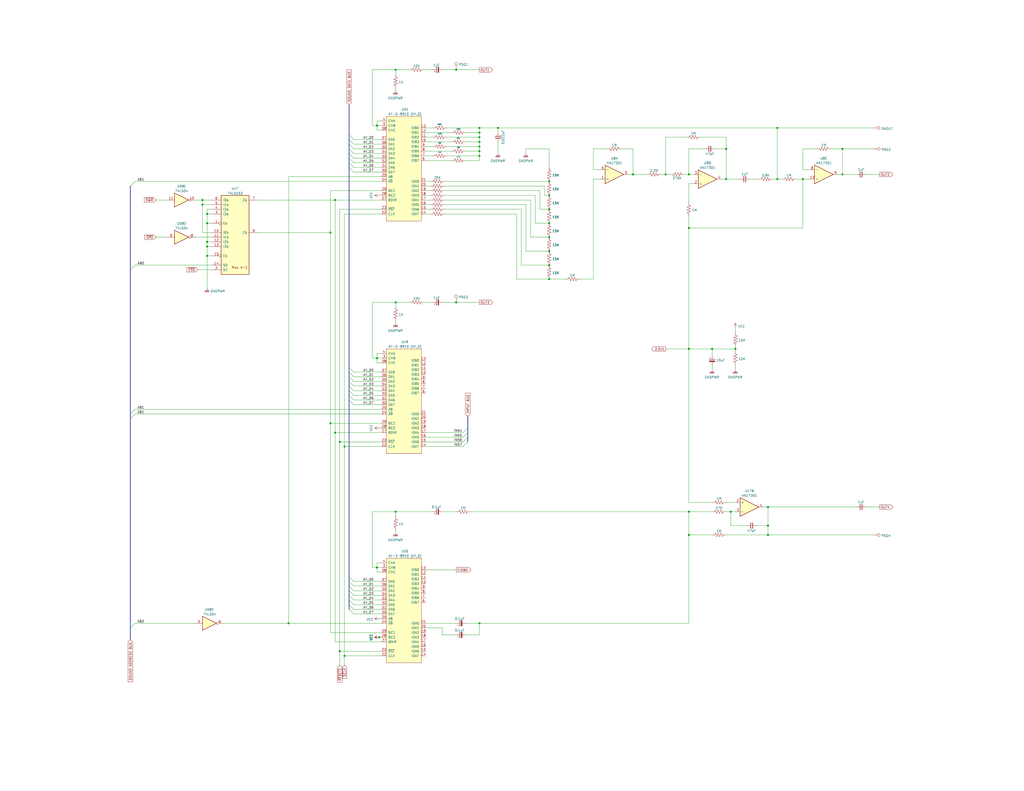
<source format=kicad_sch>
(kicad_sch (version 20230121) (generator eeschema)
  (paper "C")
  (title_block (title "TAITO SYSTEM SJ") (company "ANTON GALE") (comment 3 "3 X AY-8910 Sound Chips") (comment 4 "Game Board"))
  (lib_symbols
    (symbol "AY-3-8910_1" (pin_names (offset 1.016))
      (property "Reference" "U11G" (at 0.635 28.9216 0))
      (property "Value" "AY-3-8910_1" (at 0.635 26.4304 0))
      (symbol "AY-3-8910_1_0_1"
        (rectangle (start -10.16 25.4) (end 8.89 -31.75) (fill (type background)))
      )
      (symbol "AY-3-8910_1_1_1"
        (pin bidirectional line (at -12.7 11.43 0) (length 2.54) (name "IOB3") (number "10"))
        (pin bidirectional line (at -12.7 13.97 0) (length 2.54) (name "IOB2") (number "11"))
        (pin bidirectional line (at -12.7 16.51 0) (length 2.54) (name "IOB1") (number "12"))
        (pin bidirectional line (at -12.7 19.05 0) (length 2.54) (name "IOB0") (number "13"))
        (pin bidirectional line (at -12.7 -27.94 0) (length 2.54) (name "IOA7") (number "14"))
        (pin bidirectional line (at -12.7 -25.4 0) (length 2.54) (name "IOA6") (number "15"))
        (pin bidirectional line (at -12.7 -22.86 0) (length 2.54) (name "IOA5") (number "16"))
        (pin bidirectional line (at -12.7 -20.32 0) (length 2.54) (name "IOA4") (number "17"))
        (pin bidirectional line (at -12.7 -17.78 0) (length 2.54) (name "IOA3") (number "18"))
        (pin bidirectional line (at -12.7 -15.24 0) (length 2.54) (name "IOA2") (number "19"))
        (pin bidirectional line (at -12.7 -12.7 0) (length 2.54) (name "IOA1") (number "20"))
        (pin bidirectional line (at -12.7 -10.16 0) (length 2.54) (name "IOA0") (number "21"))
        (pin input line (at 11.43 -27.94 180) (length 2.54) (name "CLK") (number "22"))
        (pin input line (at 11.43 -25.4 180) (length 2.54) (name "~{RST}") (number "23"))
        (pin input line (at 11.43 -10.16 180) (length 2.54) (name "~{A9}") (number "24"))
        (pin input line (at 11.43 -7.62 180) (length 2.54) (name "A8") (number "25"))
        (pin input line (at 11.43 -20.32 180) (length 2.54) (name "BDIR") (number "27"))
        (pin input line (at 11.43 -17.78 180) (length 2.54) (name "BC2") (number "28"))
        (pin input line (at 11.43 -15.24 180) (length 2.54) (name "BC1") (number "29"))
        (pin output line (at 11.43 20.32 180) (length 2.54) (name "CHB") (number "3"))
        (pin bidirectional line (at 11.43 -5.08 180) (length 2.54) (name "DA7") (number "30"))
        (pin bidirectional line (at 11.43 -2.54 180) (length 2.54) (name "DA6") (number "31"))
        (pin bidirectional line (at 11.43 0 180) (length 2.54) (name "DA5") (number "32"))
        (pin bidirectional line (at 11.43 2.54 180) (length 2.54) (name "DA4") (number "33"))
        (pin bidirectional line (at 11.43 5.08 180) (length 2.54) (name "DA3") (number "34"))
        (pin bidirectional line (at 11.43 7.62 180) (length 2.54) (name "DA2") (number "35"))
        (pin bidirectional line (at 11.43 10.16 180) (length 2.54) (name "DA1") (number "36"))
        (pin bidirectional line (at 11.43 12.7 180) (length 2.54) (name "DA0") (number "37"))
        (pin output line (at 11.43 17.78 180) (length 2.54) (name "CHC") (number "38"))
        (pin output line (at 11.43 22.86 180) (length 2.54) (name "CHA") (number "4"))
        (pin bidirectional line (at -12.7 1.27 0) (length 2.54) (name "IOB7") (number "6"))
        (pin bidirectional line (at -12.7 3.81 0) (length 2.54) (name "IOB6") (number "7"))
        (pin bidirectional line (at -12.7 6.35 0) (length 2.54) (name "IOB5") (number "8"))
        (pin bidirectional line (at -12.7 8.89 0) (length 2.54) (name "IOB4") (number "9"))
      )
    )
    (symbol "Connector:TestPoint" (pin_numbers hide) (pin_names (offset 0.762) hide)
      (property "Reference" "TP" (at 0 6.858 0))
      (property "Value" "TestPoint" (at 0 5.08 0))
      (symbol "TestPoint_0_1"
        (circle (center 0 3.302) (radius 0.762))
      )
      (symbol "TestPoint_1_1"
        (pin passive line (at 0 0 90) (length 2.54) (name "1") (number "1"))
      )
    )
    (symbol "Device:C_Polarized_Small" (pin_numbers hide) (pin_names (offset 0.254) hide)
      (property "Reference" "C" (at 0.254 1.778 0))
      (property "Value" "C_Polarized_Small" (at 0.254 -2.032 0))
      (symbol "C_Polarized_Small_0_1"
        (rectangle (start -1.524 -0.3048) (end 1.524 -0.6858) (fill (type outline)))
        (rectangle (start -1.524 0.6858) (end 1.524 0.3048))
        (polyline (pts (xy -1.27 1.524) (xy -0.762 1.524)))
        (polyline (pts (xy -1.016 1.27) (xy -1.016 1.778)))
      )
      (symbol "C_Polarized_Small_1_1"
        (pin passive line (at 0 2.54 270) (length 1.8542) (name "~") (number "1"))
        (pin passive line (at 0 -2.54 90) (length 1.8542) (name "~") (number "2"))
      )
    )
    (symbol "Device:C_Small" (pin_numbers hide) (pin_names (offset 0.254) hide)
      (property "Reference" "C" (at 0.254 1.778 0))
      (property "Value" "C_Small" (at 0.254 -2.032 0))
      (symbol "C_Small_0_1"
        (polyline (pts (xy -1.524 -0.508) (xy 1.524 -0.508)) (stroke (width 0.3302)))
        (polyline (pts (xy -1.524 0.508) (xy 1.524 0.508)) (stroke (width 0.3048)))
      )
      (symbol "C_Small_1_1"
        (pin passive line (at 0 2.54 270) (length 2.032) (name "~") (number "1"))
        (pin passive line (at 0 -2.54 90) (length 2.032) (name "~") (number "2"))
      )
    )
    (symbol "Device:R_US" (pin_numbers hide) (pin_names (offset 0))
      (property "Reference" "R" (at 2.54 0 90))
      (property "Value" "R_US" (at -2.54 0 90))
      (symbol "R_US_0_1"
        (polyline (pts (xy 0 -2.286) (xy 0 -2.54)))
        (polyline (pts (xy 0 2.286) (xy 0 2.54)))
        (polyline (pts (xy 0 -0.762) (xy 1.016 -1.143) (xy 0 -1.524) (xy -1.016 -1.905) (xy 0 -2.286)))
        (polyline (pts (xy 0 0.762) (xy 1.016 0.381) (xy 0 0) (xy -1.016 -0.381) (xy 0 -0.762)))
        (polyline (pts (xy 0 2.286) (xy 1.016 1.905) (xy 0 1.524) (xy -1.016 1.143) (xy 0 0.762)))
      )
      (symbol "R_US_1_1"
        (pin passive line (at 0 3.81 270) (length 1.27) (name "~") (number "1"))
        (pin passive line (at 0 -3.81 90) (length 1.27) (name "~") (number "2"))
      )
    )
    (symbol "arcade:HA17301"
      (property "Reference" "U" (at 0 5.08 0))
      (property "Value" "HA17301" (at 0 -5.08 0))
      (symbol "HA17301_1_1"
        (polyline (pts (xy -5.08 5.08) (xy 5.08 0) (xy -5.08 -5.08) (xy -5.08 5.08)) (stroke (width 0.254)) (fill (type background)))
        (pin input line (at -7.62 2.54 0) (length 2.54) (name "+") (number "1"))
        (pin output line (at 7.62 0 180) (length 2.54) (name "~") (number "5"))
        (pin input line (at -7.62 -2.54 0) (length 2.54) (name "-") (number "6"))
      )
      (symbol "HA17301_2_1"
        (polyline (pts (xy -5.08 5.08) (xy 5.08 0) (xy -5.08 -5.08) (xy -5.08 5.08)) (stroke (width 0.254)) (fill (type background)))
        (pin input line (at -7.62 2.54 0) (length 2.54) (name "+") (number "2"))
        (pin input line (at -7.62 -2.54 0) (length 2.54) (name "-") (number "3"))
        (pin output line (at 7.62 0 180) (length 2.54) (name "~") (number "4"))
      )
      (symbol "HA17301_3_1"
        (polyline (pts (xy -5.08 5.08) (xy 5.08 0) (xy -5.08 -5.08) (xy -5.08 5.08)) (stroke (width 0.254)) (fill (type background)))
        (pin input line (at -7.62 2.54 0) (length 2.54) (name "+") (number "13"))
        (pin input line (at -7.62 -2.54 0) (length 2.54) (name "-") (number "8"))
        (pin output line (at 7.62 0 180) (length 2.54) (name "~") (number "9"))
      )
      (symbol "HA17301_4_1"
        (polyline (pts (xy -5.08 5.08) (xy 5.08 0) (xy -5.08 -5.08) (xy -5.08 5.08)) (stroke (width 0.254)) (fill (type background)))
        (pin output line (at 7.62 0 180) (length 2.54) (name "~") (number "10"))
        (pin input line (at -7.62 -2.54 0) (length 2.54) (name "-") (number "11"))
        (pin input line (at -7.62 2.54 0) (length 2.54) (name "+") (number "12"))
      )
      (symbol "HA17301_5_1"
        (pin power_in line (at -2.54 7.62 270) (length 3.81) (name "V+") (number "14"))
        (pin power_in line (at -2.54 -7.62 90) (length 3.81) (name "V-") (number "7"))
      )
    )
    (symbol "jt74:74LS04" (pin_names (offset 1.016))
      (property "Reference" "U" (at 0 1.27 0))
      (property "Value" "74LS04" (at 0 -1.27 0))
      (symbol "74LS04_1_0"
        (polyline (pts (xy -3.81 3.81) (xy -3.81 -3.81) (xy 3.81 0) (xy -3.81 3.81)) (stroke (width 0.254)) (fill (type background)))
        (pin input line (at -7.62 0 0) (length 3.81) (name "~") (number "1"))
        (pin output inverted (at 7.62 0 180) (length 3.81) (name "~") (number "2"))
      )
      (symbol "74LS04_2_0"
        (polyline (pts (xy -3.81 3.81) (xy -3.81 -3.81) (xy 3.81 0) (xy -3.81 3.81)) (stroke (width 0.254)) (fill (type background)))
        (pin input line (at -7.62 0 0) (length 3.81) (name "~") (number "3"))
        (pin output inverted (at 7.62 0 180) (length 3.81) (name "~") (number "4"))
      )
      (symbol "74LS04_3_0"
        (polyline (pts (xy -3.81 3.81) (xy -3.81 -3.81) (xy 3.81 0) (xy -3.81 3.81)) (stroke (width 0.254)) (fill (type background)))
        (pin input line (at -7.62 0 0) (length 3.81) (name "~") (number "5"))
        (pin output inverted (at 7.62 0 180) (length 3.81) (name "~") (number "6"))
      )
      (symbol "74LS04_4_0"
        (polyline (pts (xy -3.81 3.81) (xy -3.81 -3.81) (xy 3.81 0) (xy -3.81 3.81)) (stroke (width 0.254)) (fill (type background)))
        (pin output inverted (at 7.62 0 180) (length 3.81) (name "~") (number "8"))
        (pin input line (at -7.62 0 0) (length 3.81) (name "~") (number "9"))
      )
      (symbol "74LS04_5_0"
        (polyline (pts (xy -3.81 3.81) (xy -3.81 -3.81) (xy 3.81 0) (xy -3.81 3.81)) (stroke (width 0.254)) (fill (type background)))
        (pin output inverted (at 7.62 0 180) (length 3.81) (name "~") (number "10"))
        (pin input line (at -7.62 0 0) (length 3.81) (name "~") (number "11"))
      )
      (symbol "74LS04_6_0"
        (polyline (pts (xy -3.81 3.81) (xy -3.81 -3.81) (xy 3.81 0) (xy -3.81 3.81)) (stroke (width 0.254)) (fill (type background)))
        (pin output inverted (at 7.62 0 180) (length 3.81) (name "~") (number "12"))
        (pin input line (at -7.62 0 0) (length 3.81) (name "~") (number "13"))
      )
      (symbol "74LS04_7_0"
        (pin power_in line (at 0 7.62 270) (length 5.08) hide (name "VCC") (number "14"))
        (pin power_in line (at 0 -7.62 90) (length 5.08) hide (name "VSS") (number "7"))
      )
      (symbol "74LS04_7_1"
        (rectangle (start -5.08 7.62) (end 5.08 -7.62) (stroke (width 0.254)) (fill (type background)))
      )
    )
    (symbol "jt74:74LS153" (pin_names (offset 1.016))
      (property "Reference" "U" (at 0 5.08 0))
      (property "Value" "74LS153" (at 2.54 -21.59 0))
      (symbol "74LS153_0_0"
        (text "Mux 4-1" (at 2.54 -19.05 0) (effects (font (size 1.27 1.27))))
      )
      (symbol "74LS153_1_0"
        (pin input inverted (at -12.7 5.08 0) (length 5.08) (name "Ea") (number "1"))
        (pin input line (at -12.7 0 0) (length 5.08) (name "I0b") (number "10"))
        (pin input line (at -12.7 -2.54 0) (length 5.08) (name "I1b") (number "11"))
        (pin input line (at -12.7 -5.08 0) (length 5.08) (name "I2b") (number "12"))
        (pin input line (at -12.7 -7.62 0) (length 5.08) (name "I3b") (number "13"))
        (pin input line (at -12.7 -17.78 0) (length 5.08) (name "S0") (number "14"))
        (pin input inverted (at -12.7 -12.7 0) (length 5.08) (name "Eb") (number "15"))
        (pin input line (at -12.7 -20.32 0) (length 5.08) (name "S1") (number "2"))
        (pin input line (at -12.7 10.16 0) (length 5.08) (name "I3a") (number "3"))
        (pin input line (at -12.7 12.7 0) (length 5.08) (name "I2a") (number "4"))
        (pin input line (at -12.7 15.24 0) (length 5.08) (name "I1a") (number "5"))
        (pin input line (at -12.7 17.78 0) (length 5.08) (name "I0a") (number "6"))
        (pin output line (at 12.7 17.78 180) (length 5.08) (name "Za") (number "7"))
        (pin output line (at 12.7 0 180) (length 5.08) (name "Zb") (number "9"))
      )
      (symbol "74LS153_1_1"
        (rectangle (start -7.62 20.32) (end 7.62 -22.86) (stroke (width 0.254)) (fill (type background)))
      )
    )
    (symbol "power:GNDPWR" (power) (pin_names (offset 0))
      (property "Value" "GNDPWR" (at 0 -3.302 0))
      (symbol "GNDPWR_0_1"
        (polyline (pts (xy 0 -1.27) (xy 0 0)))
        (polyline (pts (xy -1.016 -1.27) (xy -1.27 -2.032) (xy -1.27 -2.032)) (stroke (width 0.2032)))
        (polyline (pts (xy -0.508 -1.27) (xy -0.762 -2.032) (xy -0.762 -2.032)) (stroke (width 0.2032)))
        (polyline (pts (xy 0 -1.27) (xy -0.254 -2.032) (xy -0.254 -2.032)) (stroke (width 0.2032)))
        (polyline (pts (xy 0.508 -1.27) (xy 0.254 -2.032) (xy 0.254 -2.032)) (stroke (width 0.2032)))
        (polyline (pts (xy 1.016 -1.27) (xy -1.016 -1.27) (xy -1.016 -1.27)) (stroke (width 0.2032)))
        (polyline (pts (xy 1.016 -1.27) (xy 0.762 -2.032) (xy 0.762 -2.032) (xy 0.762 -2.032)) (stroke (width 0.2032)))
      )
      (symbol "GNDPWR_1_1"
        (pin power_in line (at 0 0 270) (length 0) hide (name "GNDPWR") (number "1"))
      )
    )
    (symbol "power:VCC" (power) (pin_names (offset 0))
      (property "Value" "VCC" (at 0 3.81 0))
      (symbol "VCC_0_1"
        (polyline (pts (xy -0.762 1.27) (xy 0 2.54)))
        (polyline (pts (xy 0 0) (xy 0 2.54)))
        (polyline (pts (xy 0 2.54) (xy 0.762 1.27)))
      )
      (symbol "VCC_1_1"
        (pin power_in line (at 0 0 90) (length 0) hide (name "VCC") (number "1"))
      )
    )
  )
  (junction (at 459.74 95.25))
  (junction (at 261.62 340.36))
  (junction (at 261.62 69.85))
  (junction (at 215.9 279.4))
  (junction (at 299.72 152.4))
  (junction (at 375.92 292.1))
  (junction (at 271.78 69.85))
  (junction (at 205.74 195.58))
  (junction (at 261.62 80.01))
  (junction (at 180.34 231.14))
  (junction (at 113.03 121.92))
  (junction (at 248.92 38.1))
  (junction (at 375.92 279.4))
  (junction (at 419.1 292.1))
  (junction (at 215.9 165.1))
  (junction (at 205.74 68.58))
  (junction (at 182.88 109.22))
  (junction (at 398.78 279.4))
  (junction (at 363.22 95.25))
  (junction (at 299.72 144.78))
  (junction (at 182.88 236.22))
  (junction (at 419.1 287.02))
  (junction (at 248.92 165.1))
  (junction (at 419.1 276.86))
  (junction (at 299.72 129.54))
  (junction (at 299.72 114.3))
  (junction (at 187.96 243.84))
  (junction (at 185.42 355.6))
  (junction (at 261.62 85.09))
  (junction (at 261.62 77.47))
  (junction (at 299.72 99.06))
  (junction (at 207.01 347.98))
  (junction (at 157.48 340.36))
  (junction (at 388.62 190.5))
  (junction (at 424.18 97.79))
  (junction (at 185.42 241.3))
  (junction (at 205.74 309.88))
  (junction (at 113.03 116.84))
  (junction (at 375.92 95.25))
  (junction (at 438.15 97.79))
  (junction (at 110.49 109.22))
  (junction (at 424.18 69.85))
  (junction (at 396.24 97.79))
  (junction (at 113.03 134.62))
  (junction (at 110.49 111.76))
  (junction (at 375.92 124.46))
  (junction (at 375.92 190.5))
  (junction (at 261.62 74.93))
  (junction (at 113.03 139.7))
  (junction (at 187.96 358.14))
  (junction (at 299.72 106.68))
  (junction (at 345.44 95.25))
  (junction (at 180.34 127))
  (junction (at 401.32 190.5))
  (junction (at 215.9 38.1))
  (junction (at 113.03 132.08))
  (junction (at 299.72 121.92))
  (junction (at 396.24 81.28))
  (junction (at 261.62 72.39))
  (junction (at 261.62 82.55))
  (junction (at 459.74 81.28))
  (junction (at 299.72 137.16))
  (bus_entry (at 252.73 243.84) (size 2.54 -2.54))
  (bus_entry (at 193.04 93.98) (size -2.54 -2.54))
  (bus_entry (at 73.66 99.06) (size -2.54 2.54))
  (bus_entry (at 193.04 335.28) (size -2.54 -2.54))
  (bus_entry (at 252.73 238.76) (size 2.54 -2.54))
  (bus_entry (at 193.04 320.04) (size -2.54 -2.54))
  (bus_entry (at 193.04 322.58) (size -2.54 -2.54))
  (bus_entry (at 193.04 325.12) (size -2.54 -2.54))
  (bus_entry (at 193.04 215.9) (size -2.54 -2.54))
  (bus_entry (at 252.73 236.22) (size 2.54 -2.54))
  (bus_entry (at 193.04 208.28) (size -2.54 -2.54))
  (bus_entry (at 73.66 226.06) (size -2.54 2.54))
  (bus_entry (at 193.04 205.74) (size -2.54 -2.54))
  (bus_entry (at 193.04 81.28) (size -2.54 -2.54))
  (bus_entry (at 193.04 213.36) (size -2.54 -2.54))
  (bus_entry (at 193.04 86.36) (size -2.54 -2.54))
  (bus_entry (at 193.04 78.74) (size -2.54 -2.54))
  (bus_entry (at 73.66 144.78) (size -2.54 2.54))
  (bus_entry (at 193.04 210.82) (size -2.54 -2.54))
  (bus_entry (at 193.04 88.9) (size -2.54 -2.54))
  (bus_entry (at 193.04 91.44) (size -2.54 -2.54))
  (bus_entry (at 252.73 241.3) (size 2.54 -2.54))
  (bus_entry (at 193.04 327.66) (size -2.54 -2.54))
  (bus_entry (at 193.04 220.98) (size -2.54 -2.54))
  (bus_entry (at 193.04 317.5) (size -2.54 -2.54))
  (bus_entry (at 193.04 83.82) (size -2.54 -2.54))
  (bus_entry (at 193.04 332.74) (size -2.54 -2.54))
  (bus_entry (at 73.66 340.36) (size -2.54 2.54))
  (bus_entry (at 193.04 218.44) (size -2.54 -2.54))
  (bus_entry (at 193.04 76.2) (size -2.54 -2.54))
  (bus_entry (at 73.66 223.52) (size -2.54 2.54))
  (bus_entry (at 193.04 330.2) (size -2.54 -2.54))
  (bus_entry (at 193.04 203.2) (size -2.54 -2.54))
  (wire (pts (xy 401.32 199.39) (xy 401.32 201.93)))
  (wire (pts (xy 203.2 165.1) (xy 215.9 165.1)))
  (bus (pts (xy 190.5 88.9) (xy 190.5 86.36)))
  (wire (pts (xy 215.9 48.26) (xy 215.9 49.53)))
  (wire (pts (xy 231.14 38.1) (xy 236.22 38.1)))
  (wire (pts (xy 375.92 100.33) (xy 375.92 110.49)))
  (wire (pts (xy 284.48 114.3) (xy 284.48 144.78)))
  (wire (pts (xy 297.18 106.68) (xy 299.72 106.68)))
  (wire (pts (xy 342.9 95.25) (xy 345.44 95.25)))
  (wire (pts (xy 281.94 152.4) (xy 281.94 116.84)))
  (wire (pts (xy 401.32 189.23) (xy 401.32 190.5)))
  (wire (pts (xy 205.74 68.58) (xy 208.28 68.58)))
  (wire (pts (xy 203.2 195.58) (xy 203.2 165.1)))
  (wire (pts (xy 243.84 69.85) (xy 261.62 69.85)))
  (wire (pts (xy 208.28 347.98) (xy 207.01 347.98)))
  (wire (pts (xy 208.28 322.58) (xy 193.04 322.58)))
  (wire (pts (xy 232.41 340.36) (xy 248.92 340.36)))
  (wire (pts (xy 287.02 81.28) (xy 287.02 83.82)))
  (bus (pts (xy 190.5 317.5) (xy 190.5 320.04)))
  (wire (pts (xy 375.92 340.36) (xy 375.92 292.1)))
  (wire (pts (xy 396.24 81.28) (xy 396.24 74.93)))
  (wire (pts (xy 232.41 74.93) (xy 236.22 74.93)))
  (wire (pts (xy 363.22 190.5) (xy 375.92 190.5)))
  (wire (pts (xy 232.41 111.76) (xy 234.95 111.76)))
  (wire (pts (xy 208.28 88.9) (xy 193.04 88.9)))
  (bus (pts (xy 71.12 228.6) (xy 71.12 342.9)))
  (bus (pts (xy 190.5 91.44) (xy 190.5 88.9)))
  (bus (pts (xy 190.5 325.12) (xy 190.5 322.58)))
  (wire (pts (xy 419.1 292.1) (xy 396.1411 292.1)))
  (wire (pts (xy 289.56 129.54) (xy 289.56 109.22)))
  (wire (pts (xy 323.85 97.79) (xy 327.66 97.79)))
  (wire (pts (xy 208.28 198.12) (xy 205.74 198.12)))
  (bus (pts (xy 190.5 218.44) (xy 190.5 215.9)))
  (wire (pts (xy 185.42 114.3) (xy 185.42 241.3)))
  (wire (pts (xy 232.41 342.9) (xy 241.3 342.9)))
  (wire (pts (xy 113.03 132.08) (xy 115.57 132.08)))
  (bus (pts (xy 190.5 203.2) (xy 190.5 200.66)))
  (wire (pts (xy 232.41 99.06) (xy 234.95 99.06)))
  (wire (pts (xy 205.74 71.12) (xy 205.74 68.58)))
  (wire (pts (xy 375.92 118.11) (xy 375.92 124.46)))
  (bus (pts (xy 71.12 226.06) (xy 71.12 228.6)))
  (wire (pts (xy 208.28 332.74) (xy 193.04 332.74)))
  (wire (pts (xy 384.81 81.28) (xy 375.92 81.28)))
  (wire (pts (xy 73.66 223.52) (xy 208.28 223.52)))
  (wire (pts (xy 407.67 287.02) (xy 398.78 287.02)))
  (wire (pts (xy 215.9 38.1) (xy 215.9 40.64)))
  (wire (pts (xy 203.2 279.4) (xy 215.9 279.4)))
  (wire (pts (xy 180.34 345.44) (xy 208.28 345.44)))
  (wire (pts (xy 215.9 279.4) (xy 236.22 279.4)))
  (wire (pts (xy 287.02 111.76) (xy 287.02 137.16)))
  (wire (pts (xy 271.78 77.47) (xy 271.78 83.82)))
  (wire (pts (xy 232.41 114.3) (xy 234.95 114.3)))
  (wire (pts (xy 73.66 99.06) (xy 208.28 99.06)))
  (wire (pts (xy 208.28 220.98) (xy 193.04 220.98)))
  (wire (pts (xy 115.57 134.62) (xy 113.03 134.62)))
  (wire (pts (xy 232.41 69.85) (xy 236.22 69.85)))
  (wire (pts (xy 401.32 190.5) (xy 401.32 191.77)))
  (wire (pts (xy 110.49 127) (xy 115.57 127)))
  (bus (pts (xy 255.27 233.68) (xy 255.27 227.33)))
  (bus (pts (xy 190.5 81.28) (xy 190.5 78.74)))
  (wire (pts (xy 472.44 95.25) (xy 480.06 95.25)))
  (wire (pts (xy 208.28 76.2) (xy 193.04 76.2)))
  (wire (pts (xy 113.03 139.7) (xy 113.03 134.62)))
  (wire (pts (xy 261.62 72.39) (xy 261.62 74.93)))
  (wire (pts (xy 243.84 85.09) (xy 261.62 85.09)))
  (wire (pts (xy 396.24 74.93) (xy 382.27 74.93)))
  (wire (pts (xy 215.9 165.1) (xy 223.52 165.1)))
  (wire (pts (xy 208.28 96.52) (xy 157.48 96.52)))
  (wire (pts (xy 388.62 190.5) (xy 401.32 190.5)))
  (wire (pts (xy 241.3 342.9) (xy 241.3 346.71)))
  (wire (pts (xy 208.28 330.2) (xy 193.04 330.2)))
  (wire (pts (xy 113.03 116.84) (xy 115.57 116.84)))
  (wire (pts (xy 241.3 165.1) (xy 248.92 165.1)))
  (wire (pts (xy 208.28 335.28) (xy 193.04 335.28)))
  (wire (pts (xy 299.72 152.4) (xy 281.94 152.4)))
  (wire (pts (xy 424.18 97.79) (xy 426.72 97.79)))
  (bus (pts (xy 190.5 322.58) (xy 190.5 320.04)))
  (bus (pts (xy 190.5 332.74) (xy 190.5 330.2)))
  (wire (pts (xy 294.64 104.14) (xy 242.57 104.14)))
  (wire (pts (xy 299.72 81.28) (xy 299.72 91.44)))
  (wire (pts (xy 185.42 363.22) (xy 185.42 355.6)))
  (wire (pts (xy 416.56 276.86) (xy 419.1 276.86)))
  (wire (pts (xy 232.41 80.01) (xy 236.22 80.01)))
  (wire (pts (xy 113.03 139.7) (xy 113.03 157.48)))
  (wire (pts (xy 182.88 350.52) (xy 208.28 350.52)))
  (wire (pts (xy 419.1 276.86) (xy 467.36 276.86)))
  (wire (pts (xy 182.88 109.22) (xy 208.28 109.22)))
  (wire (pts (xy 232.41 106.68) (xy 234.95 106.68)))
  (wire (pts (xy 208.28 325.12) (xy 193.04 325.12)))
  (bus (pts (xy 255.27 233.68) (xy 255.27 236.22)))
  (wire (pts (xy 424.18 97.79) (xy 424.18 69.85)))
  (wire (pts (xy 261.62 74.93) (xy 261.62 77.47)))
  (wire (pts (xy 208.28 91.44) (xy 193.04 91.44)))
  (wire (pts (xy 208.28 104.14) (xy 180.34 104.14)))
  (wire (pts (xy 261.62 69.85) (xy 271.78 69.85)))
  (wire (pts (xy 185.42 241.3) (xy 185.42 355.6)))
  (wire (pts (xy 261.62 82.55) (xy 261.62 85.09)))
  (bus (pts (xy 190.5 213.36) (xy 190.5 210.82)))
  (wire (pts (xy 185.42 114.3) (xy 208.28 114.3)))
  (bus (pts (xy 190.5 317.5) (xy 190.5 314.96)))
  (wire (pts (xy 271.78 69.85) (xy 424.18 69.85)))
  (wire (pts (xy 459.74 95.25) (xy 459.74 81.28)))
  (wire (pts (xy 261.62 340.36) (xy 375.92 340.36)))
  (wire (pts (xy 203.2 309.88) (xy 205.74 309.88)))
  (wire (pts (xy 281.94 116.84) (xy 242.57 116.84)))
  (wire (pts (xy 294.64 114.3) (xy 294.64 104.14)))
  (wire (pts (xy 232.41 241.3) (xy 252.73 241.3)))
  (wire (pts (xy 408.94 97.79) (xy 414.02 97.79)))
  (wire (pts (xy 457.2 95.25) (xy 459.74 95.25)))
  (wire (pts (xy 232.41 72.39) (xy 246.38 72.39)))
  (wire (pts (xy 180.34 231.14) (xy 180.34 345.44)))
  (wire (pts (xy 182.88 236.22) (xy 182.88 350.52)))
  (bus (pts (xy 71.12 101.6) (xy 71.12 147.32)))
  (wire (pts (xy 106.68 129.54) (xy 115.57 129.54)))
  (wire (pts (xy 205.74 309.88) (xy 208.28 309.88)))
  (wire (pts (xy 254 77.47) (xy 261.62 77.47)))
  (wire (pts (xy 438.15 97.79) (xy 438.15 124.46)))
  (wire (pts (xy 203.2 195.58) (xy 205.74 195.58)))
  (wire (pts (xy 254 82.55) (xy 261.62 82.55)))
  (wire (pts (xy 232.41 77.47) (xy 246.38 77.47)))
  (bus (pts (xy 190.5 208.28) (xy 190.5 205.74)))
  (wire (pts (xy 242.57 111.76) (xy 287.02 111.76)))
  (wire (pts (xy 327.66 92.71) (xy 323.85 92.71)))
  (bus (pts (xy 190.5 330.2) (xy 190.5 327.66)))
  (wire (pts (xy 438.15 92.71) (xy 438.15 81.28)))
  (wire (pts (xy 205.74 68.58) (xy 205.74 66.04)))
  (wire (pts (xy 261.62 80.01) (xy 261.62 82.55)))
  (wire (pts (xy 345.44 95.25) (xy 345.44 81.28)))
  (wire (pts (xy 180.34 231.14) (xy 208.28 231.14)))
  (wire (pts (xy 375.92 274.32) (xy 388.62 274.32)))
  (wire (pts (xy 85.09 109.22) (xy 91.44 109.22)))
  (wire (pts (xy 396.0994 279.4) (xy 398.78 279.4)))
  (bus (pts (xy 190.5 210.82) (xy 190.5 208.28)))
  (wire (pts (xy 271.78 69.85) (xy 271.78 72.39)))
  (wire (pts (xy 254 346.71) (xy 261.62 346.71)))
  (wire (pts (xy 205.74 195.58) (xy 205.74 193.04)))
  (wire (pts (xy 205.74 195.58) (xy 208.28 195.58)))
  (wire (pts (xy 345.44 95.25) (xy 353.06 95.25)))
  (wire (pts (xy 375.92 190.5) (xy 388.62 190.5)))
  (wire (pts (xy 208.28 320.04) (xy 193.04 320.04)))
  (wire (pts (xy 113.03 134.62) (xy 113.03 132.08)))
  (wire (pts (xy 208.28 218.44) (xy 193.04 218.44)))
  (wire (pts (xy 115.57 147.32) (xy 107.95 147.32)))
  (wire (pts (xy 232.41 243.84) (xy 252.73 243.84)))
  (wire (pts (xy 419.1 292.1) (xy 476.25 292.1)))
  (wire (pts (xy 215.9 175.26) (xy 215.9 176.53)))
  (wire (pts (xy 115.57 139.7) (xy 113.03 139.7)))
  (wire (pts (xy 261.62 77.47) (xy 261.62 80.01)))
  (wire (pts (xy 232.41 104.14) (xy 234.95 104.14)))
  (wire (pts (xy 287.02 137.16) (xy 299.72 137.16)))
  (wire (pts (xy 215.9 165.1) (xy 215.9 167.64)))
  (wire (pts (xy 339.09 81.28) (xy 345.44 81.28)))
  (wire (pts (xy 208.28 213.36) (xy 193.04 213.36)))
  (wire (pts (xy 208.28 233.68) (xy 207.01 233.68)))
  (bus (pts (xy 255.27 236.22) (xy 255.27 238.76)))
  (wire (pts (xy 254 340.36) (xy 261.62 340.36)))
  (wire (pts (xy 363.22 74.93) (xy 363.22 95.25)))
  (wire (pts (xy 180.34 127) (xy 180.34 231.14)))
  (wire (pts (xy 232.41 238.76) (xy 252.73 238.76)))
  (wire (pts (xy 297.18 101.6) (xy 297.18 106.68)))
  (wire (pts (xy 388.5211 292.1) (xy 375.92 292.1)))
  (wire (pts (xy 419.1 276.86) (xy 419.1 287.02)))
  (bus (pts (xy 71.12 147.32) (xy 71.12 226.06)))
  (wire (pts (xy 248.92 38.1) (xy 261.62 38.1)))
  (wire (pts (xy 232.41 109.22) (xy 234.95 109.22)))
  (wire (pts (xy 453.39 81.28) (xy 459.74 81.28)))
  (wire (pts (xy 398.78 279.4) (xy 401.32 279.4)))
  (wire (pts (xy 215.9 38.1) (xy 223.52 38.1)))
  (wire (pts (xy 375.92 190.5) (xy 375.92 274.32)))
  (wire (pts (xy 254 72.39) (xy 261.62 72.39)))
  (wire (pts (xy 187.96 363.22) (xy 187.96 358.14)))
  (wire (pts (xy 205.74 66.04) (xy 208.28 66.04)))
  (wire (pts (xy 299.72 129.54) (xy 289.56 129.54)))
  (wire (pts (xy 207.01 337.82) (xy 208.28 337.82)))
  (wire (pts (xy 232.41 101.6) (xy 234.95 101.6)))
  (wire (pts (xy 472.44 276.86) (xy 480.06 276.86)))
  (wire (pts (xy 421.64 97.79) (xy 424.18 97.79)))
  (wire (pts (xy 316.23 152.4) (xy 323.85 152.4)))
  (bus (pts (xy 190.5 76.2) (xy 190.5 73.66)))
  (wire (pts (xy 205.74 307.34) (xy 208.28 307.34)))
  (wire (pts (xy 232.41 87.63) (xy 246.38 87.63)))
  (wire (pts (xy 121.92 340.36) (xy 157.48 340.36)))
  (wire (pts (xy 242.57 114.3) (xy 284.48 114.3)))
  (wire (pts (xy 375.92 279.4) (xy 388.4794 279.4)))
  (wire (pts (xy 424.18 69.85) (xy 476.25 69.85)))
  (bus (pts (xy 190.5 83.82) (xy 190.5 81.28)))
  (wire (pts (xy 375.92 81.28) (xy 375.92 95.25)))
  (wire (pts (xy 208.28 83.82) (xy 193.04 83.82)))
  (bus (pts (xy 190.5 215.9) (xy 190.5 213.36)))
  (wire (pts (xy 187.96 116.84) (xy 187.96 243.84)))
  (wire (pts (xy 185.42 241.3) (xy 208.28 241.3)))
  (bus (pts (xy 190.5 73.66) (xy 190.5 57.15)))
  (wire (pts (xy 419.1 287.02) (xy 419.1 292.1)))
  (wire (pts (xy 180.34 104.14) (xy 180.34 127)))
  (wire (pts (xy 73.66 340.36) (xy 106.68 340.36)))
  (wire (pts (xy 438.15 97.79) (xy 441.96 97.79)))
  (wire (pts (xy 113.03 121.92) (xy 113.03 116.84)))
  (wire (pts (xy 438.15 81.28) (xy 445.77 81.28)))
  (bus (pts (xy 190.5 327.66) (xy 190.5 325.12)))
  (wire (pts (xy 242.57 101.6) (xy 297.18 101.6)))
  (wire (pts (xy 208.28 317.5) (xy 193.04 317.5)))
  (bus (pts (xy 190.5 203.2) (xy 190.5 205.74)))
  (wire (pts (xy 396.24 97.79) (xy 403.86 97.79)))
  (bus (pts (xy 71.12 342.9) (xy 71.12 349.25)))
  (wire (pts (xy 215.9 289.56) (xy 215.9 290.83)))
  (wire (pts (xy 208.28 215.9) (xy 193.04 215.9)))
  (wire (pts (xy 187.96 358.14) (xy 208.28 358.14)))
  (wire (pts (xy 205.74 193.04) (xy 208.28 193.04)))
  (wire (pts (xy 113.03 121.92) (xy 115.57 121.92)))
  (bus (pts (xy 190.5 218.44) (xy 190.5 314.96)))
  (wire (pts (xy 438.15 124.46) (xy 375.92 124.46)))
  (wire (pts (xy 254 87.63) (xy 261.62 87.63)))
  (wire (pts (xy 208.28 210.82) (xy 193.04 210.82)))
  (wire (pts (xy 208.28 327.66) (xy 193.04 327.66)))
  (wire (pts (xy 85.09 129.54) (xy 91.44 129.54)))
  (wire (pts (xy 208.28 71.12) (xy 205.74 71.12)))
  (wire (pts (xy 398.78 279.4) (xy 398.78 287.02)))
  (wire (pts (xy 203.2 68.58) (xy 205.74 68.58)))
  (wire (pts (xy 393.7 97.79) (xy 396.24 97.79)))
  (wire (pts (xy 203.2 38.1) (xy 215.9 38.1)))
  (wire (pts (xy 375.92 279.4) (xy 375.92 292.1)))
  (wire (pts (xy 396.24 97.79) (xy 396.24 81.28)))
  (wire (pts (xy 292.1 121.92) (xy 299.72 121.92)))
  (wire (pts (xy 208.28 86.36) (xy 193.04 86.36)))
  (wire (pts (xy 241.3 279.4) (xy 248.92 279.4)))
  (wire (pts (xy 182.88 236.22) (xy 208.28 236.22)))
  (wire (pts (xy 208.28 93.98) (xy 193.04 93.98)))
  (wire (pts (xy 208.28 78.74) (xy 193.04 78.74)))
  (wire (pts (xy 232.41 85.09) (xy 236.22 85.09)))
  (wire (pts (xy 241.3 346.71) (xy 248.92 346.71)))
  (wire (pts (xy 284.48 144.78) (xy 299.72 144.78)))
  (wire (pts (xy 363.22 95.25) (xy 365.76 95.25)))
  (wire (pts (xy 113.03 114.3) (xy 115.57 114.3)))
  (wire (pts (xy 110.49 111.76) (xy 115.57 111.76)))
  (wire (pts (xy 232.41 82.55) (xy 246.38 82.55)))
  (wire (pts (xy 360.68 95.25) (xy 363.22 95.25)))
  (wire (pts (xy 185.42 355.6) (xy 208.28 355.6)))
  (bus (pts (xy 190.5 83.82) (xy 190.5 86.36)))
  (bus (pts (xy 255.27 238.76) (xy 255.27 241.3)))
  (wire (pts (xy 157.48 340.36) (xy 157.48 96.52)))
  (wire (pts (xy 243.84 80.01) (xy 261.62 80.01)))
  (wire (pts (xy 412.75 287.02) (xy 419.1 287.02)))
  (wire (pts (xy 287.02 81.28) (xy 299.72 81.28)))
  (wire (pts (xy 110.49 109.22) (xy 110.49 111.76)))
  (wire (pts (xy 375.92 124.46) (xy 375.92 190.5)))
  (wire (pts (xy 208.28 106.68) (xy 207.01 106.68)))
  (wire (pts (xy 187.96 116.84) (xy 208.28 116.84)))
  (wire (pts (xy 289.56 109.22) (xy 242.57 109.22)))
  (wire (pts (xy 208.28 208.28) (xy 193.04 208.28)))
  (wire (pts (xy 182.88 109.22) (xy 182.88 236.22)))
  (wire (pts (xy 208.28 340.36) (xy 157.48 340.36)))
  (wire (pts (xy 256.54 279.4) (xy 375.92 279.4)))
  (wire (pts (xy 299.72 152.4) (xy 308.61 152.4)))
  (wire (pts (xy 205.74 312.42) (xy 205.74 309.88)))
  (wire (pts (xy 299.72 114.3) (xy 294.64 114.3)))
  (wire (pts (xy 110.49 111.76) (xy 110.49 127)))
  (wire (pts (xy 242.57 106.68) (xy 292.1 106.68)))
  (wire (pts (xy 396.24 274.32) (xy 401.32 274.32)))
  (wire (pts (xy 208.28 312.42) (xy 205.74 312.42)))
  (bus (pts (xy 190.5 91.44) (xy 190.5 200.66)))
  (wire (pts (xy 73.66 226.06) (xy 208.28 226.06)))
  (wire (pts (xy 459.74 81.28) (xy 476.25 81.28)))
  (wire (pts (xy 113.03 132.08) (xy 113.03 121.92)))
  (wire (pts (xy 248.92 165.1) (xy 261.62 165.1)))
  (wire (pts (xy 389.89 81.28) (xy 396.24 81.28)))
  (wire (pts (xy 205.74 198.12) (xy 205.74 195.58)))
  (wire (pts (xy 115.57 144.78) (xy 73.66 144.78)))
  (wire (pts (xy 441.96 92.71) (xy 438.15 92.71)))
  (wire (pts (xy 401.32 179.07) (xy 401.32 181.61)))
  (wire (pts (xy 378.46 100.33) (xy 375.92 100.33)))
  (wire (pts (xy 261.62 85.09) (xy 261.62 87.63)))
  (wire (pts (xy 323.85 97.79) (xy 323.85 152.4)))
  (wire (pts (xy 106.68 109.22) (xy 110.49 109.22)))
  (wire (pts (xy 208.28 203.2) (xy 193.04 203.2)))
  (wire (pts (xy 140.97 109.22) (xy 182.88 109.22)))
  (wire (pts (xy 215.9 279.4) (xy 215.9 281.94)))
  (wire (pts (xy 261.62 69.85) (xy 261.62 72.39)))
  (wire (pts (xy 243.84 74.93) (xy 261.62 74.93)))
  (wire (pts (xy 373.38 95.25) (xy 375.92 95.25)))
  (wire (pts (xy 292.1 106.68) (xy 292.1 121.92)))
  (wire (pts (xy 113.03 116.84) (xy 113.03 114.3)))
  (wire (pts (xy 232.41 311.15) (xy 248.92 311.15)))
  (wire (pts (xy 323.85 92.71) (xy 323.85 81.28)))
  (wire (pts (xy 261.62 340.36) (xy 261.62 346.71)))
  (wire (pts (xy 203.2 68.58) (xy 203.2 38.1)))
  (wire (pts (xy 232.41 236.22) (xy 252.73 236.22)))
  (wire (pts (xy 208.28 205.74) (xy 193.04 205.74)))
  (wire (pts (xy 110.49 109.22) (xy 115.57 109.22)))
  (wire (pts (xy 388.62 199.39) (xy 388.62 201.93)))
  (wire (pts (xy 232.41 116.84) (xy 234.95 116.84)))
  (wire (pts (xy 323.85 81.28) (xy 331.47 81.28)))
  (wire (pts (xy 140.97 127) (xy 180.34 127)))
  (wire (pts (xy 205.74 309.88) (xy 205.74 307.34)))
  (wire (pts (xy 208.28 81.28) (xy 193.04 81.28)))
  (wire (pts (xy 187.96 243.84) (xy 187.96 358.14)))
  (wire (pts (xy 241.3 38.1) (xy 248.92 38.1)))
  (wire (pts (xy 434.34 97.79) (xy 438.15 97.79)))
  (wire (pts (xy 231.14 165.1) (xy 236.22 165.1)))
  (wire (pts (xy 203.2 309.88) (xy 203.2 279.4)))
  (wire (pts (xy 375.92 95.25) (xy 378.46 95.25)))
  (bus (pts (xy 190.5 78.74) (xy 190.5 76.2)))
  (wire (pts (xy 459.74 95.25) (xy 467.36 95.25)))
  (wire (pts (xy 242.57 99.06) (xy 299.72 99.06)))
  (wire (pts (xy 374.65 74.93) (xy 363.22 74.93)))
  (wire (pts (xy 388.62 190.5) (xy 388.62 194.31)))
  (wire (pts (xy 187.96 243.84) (xy 208.28 243.84)))
  (label "AY_D5" (at 198.12 330.2 0))
  (label "IN56" (at 247.65 241.3 0))
  (label "AY_D1" (at 198.12 78.74 0))
  (label "AY_D1" (at 198.12 320.04 0))
  (label "AY_D3" (at 198.12 83.82 0))
  (label "AY_D4" (at 198.12 213.36 0))
  (label "AY_D7" (at 198.12 220.98 0))
  (label "AY_D4" (at 198.12 327.66 0))
  (label "IN54" (at 247.65 236.22 0))
  (label "AY_D1" (at 198.12 205.74 0))
  (label "AY_D7" (at 198.12 335.28 0))
  (label "AB1" (at 78.74 99.06 180))
  (label "IN55" (at 247.65 238.76 0))
  (label "AB1" (at 78.74 226.06 180))
  (label "AY_D3" (at 198.12 325.12 0))
  (label "AY_D0" (at 198.12 203.2 0))
  (label "AY_D2" (at 198.12 322.58 0))
  (label "AY_D5" (at 198.12 88.9 0))
  (label "AY_D6" (at 198.12 218.44 0))
  (label "AY_D0" (at 198.12 317.5 0))
  (label "AY_D2" (at 198.12 208.28 0))
  (label "AY_D4" (at 198.12 86.36 0))
  (label "AY_D0" (at 198.12 76.2 0))
  (label "AY_D3" (at 198.12 210.82 0))
  (label "AY_D6" (at 198.12 332.74 0))
  (label "AY_D5" (at 198.12 215.9 0))
  (label "AY_D7" (at 198.12 93.98 0))
  (label "AY_D2" (at 198.12 81.28 0))
  (label "AY_D6" (at 198.12 91.44 0))
  (label "AB1" (at 78.74 223.52 180))
  (label "AB0" (at 78.74 144.78 180))
  (label "IN57" (at 247.65 243.84 0))
  (label "AB2" (at 78.74 340.36 180))
  (global_label "~{SWR}" (shape input) (at 85.09 109.22 180) (property "Intersheetrefs" "${INTERSHEET_REFS}" (effects hide)))
  (global_label "CIOB0" (shape output) (at 248.92 311.15 0) (property "Intersheetrefs" "${INTERSHEET_REFS}" (effects hide)))
  (global_label "2.5V1" (shape output) (at 363.22 190.5 180) (property "Intersheetrefs" "${INTERSHEET_REFS}" (effects hide)))
  (global_label "~{RESET1}" (shape input) (at 185.42 363.22 270) (property "Intersheetrefs" "${INTERSHEET_REFS}" (effects hide)))
  (global_label "OUT4" (shape output) (at 480.06 276.86 0) (property "Intersheetrefs" "${INTERSHEET_REFS}" (effects hide)))
  (global_label "SOUND ADDRESS BUS" (shape input) (at 71.12 349.25 270) (property "Intersheetrefs" "${INTERSHEET_REFS}" (effects hide)))
  (global_label "SOUND DATA BUS" (shape input) (at 190.5 57.15 90) (property "Intersheetrefs" "${INTERSHEET_REFS}" (effects hide)))
  (global_label "~{SCLK}" (shape input) (at 187.96 363.22 270) (property "Intersheetrefs" "${INTERSHEET_REFS}" (effects hide)))
  (global_label "OUT1" (shape output) (at 261.62 38.1 0) (property "Intersheetrefs" "${INTERSHEET_REFS}" (effects hide)))
  (global_label "OUT2" (shape output) (at 480.06 95.25 0) (property "Intersheetrefs" "${INTERSHEET_REFS}" (effects hide)))
  (global_label "~{CS5}" (shape input) (at 107.95 147.32 180) (property "Intersheetrefs" "${INTERSHEET_REFS}" (effects hide)))
  (global_label "OUT3" (shape output) (at 261.62 165.1 0) (property "Intersheetrefs" "${INTERSHEET_REFS}" (effects hide)))
  (global_label "~{SRD}" (shape input) (at 85.09 129.54 180) (property "Intersheetrefs" "${INTERSHEET_REFS}" (effects hide)))
  (global_label "INPUT BUS" (shape input) (at 255.27 227.33 90) (property "Intersheetrefs" "${INTERSHEET_REFS}" (effects hide)))
  (symbol (lib_id "Device:R_US") (at 215.9 171.45 180) (unit 1)
    (property "Reference" "R?" (effects hide))
    (property "Value" "1K" (at 217.551 171.8838 0) (effects (justify right)))
  )
  (symbol (lib_name "AY-3-8910_1") (lib_id "arcade:AY-3-8910") (at 219.71 88.9 0) (mirror y) (unit 1)
    (property "Reference" "U51" (at 220.98 59.69 0) (effects (font (size 1.2446 1.2446))))
    (property "Value" "AY-3-8910 (AY_0)" (at 220.98 62.23 0) (effects (font (size 1.2446 1.2446))))
  )
  (symbol (lib_id "Device:R_US") (at 238.76 114.3 270) (unit 1)
    (property "Reference" "R?" (effects hide))
    (property "Value" "30K" (effects hide))
  )
  (symbol (lib_id "Device:C_Polarized_Small") (at 388.62 196.85 0) (unit 1)
    (property "Reference" "C?" (effects hide))
    (property "Value" "10uF" (at 390.779 196.7377 0) (effects (justify left)))
  )
  (symbol (lib_id "Device:R_US") (at 378.46 74.93 270) (unit 1)
    (property "Reference" "R?" (effects hide))
    (property "Value" "1M" (at 378.46 72.8782 90))
  )
  (symbol (lib_id "Device:R_US") (at 392.3311 292.1 270) (unit 1)
    (property "Reference" "R?" (effects hide))
    (property "Value" "1M" (at 392.3311 290.0482 90))
  )
  (symbol (lib_id "Device:R_US") (at 215.9 285.75 180) (unit 1)
    (property "Reference" "R?" (effects hide))
    (property "Value" "1K" (at 217.551 286.1838 0) (effects (justify right)))
  )
  (symbol (lib_id "Device:R_US") (at 227.33 165.1 270) (unit 1)
    (property "Reference" "R?" (effects hide))
    (property "Value" "10K" (at 227.33 163.0482 90))
  )
  (symbol (lib_id "Device:R_US") (at 252.73 279.4 270) (unit 1)
    (property "Reference" "R?" (effects hide))
    (property "Value" "1M" (at 252.73 277.3482 90))
  )
  (symbol (lib_id "jt74:74LS04") (at 114.3 340.36 0) (unit 3)
    (property "Reference" "U58" (at 114.3 332.8502 0))
    (property "Value" "74LS04" (at 114.3 335.3871 0))
    (property "Datasheet" "http://www.ti.com/lit/gpn/sn74LS04" (effects hide))
  )
  (symbol (lib_id "arcade:HA17301") (at 408.94 276.86 0) (unit 2)
    (property "Reference" "U17" (at 408.94 268.0802 0))
    (property "Value" "HA17301" (at 408.94 270.6171 0))
  )
  (symbol (lib_id "power:VCC") (at 207.01 337.82 90) (unit 1)
    (property "Reference" "#PWR?" (effects hide))
    (property "Value" "VCC" (at 203.835 338.2538 90) (effects (justify left)))
  )
  (symbol (lib_id "Device:R_US") (at 238.76 109.22 270) (unit 1)
    (property "Reference" "R?" (effects hide))
    (property "Value" "30K" (effects hide))
  )
  (symbol (lib_id "Device:R_US") (at 238.76 116.84 270) (unit 1)
    (property "Reference" "R?" (effects hide))
    (property "Value" "30K" (effects hide))
  )
  (symbol (lib_id "power:VCC") (at 401.32 179.07 0) (unit 1)
    (property "Reference" "#PWR?" (effects hide))
    (property "Value" "VCC" (at 402.717 178.2338 0) (effects (justify left)))
  )
  (symbol (lib_id "Device:C_Small") (at 410.21 287.02 90) (mirror x) (unit 1)
    (property "Reference" "C?" (effects hide))
    (property "Value" "47pF" (at 410.2163 289.7449 90))
  )
  (symbol (lib_id "power:VCC") (at 207.01 347.98 90) (unit 1)
    (property "Reference" "#PWR?" (effects hide))
    (property "Value" "VCC" (at 202.5666 347.98 0))
  )
  (symbol (lib_id "arcade:HA17301") (at 386.08 97.79 0) (mirror x) (unit 2)
    (property "Reference" "U8" (at 386.08 89.0102 0))
    (property "Value" "HA17301" (at 386.08 91.5471 0))
  )
  (symbol (lib_id "power:GNDPWR") (at 215.9 49.53 0) (unit 1)
    (property "Reference" "#PWR?" (effects hide))
    (property "Value" "GNDPWR" (at 215.773 53.567 0))
  )
  (symbol (lib_id "Device:C_Small") (at 469.9 95.25 90) (mirror x) (unit 1)
    (property "Reference" "C?" (effects hide))
    (property "Value" "1uF" (at 469.9063 92.5251 90))
  )
  (symbol (lib_id "Device:C_Small") (at 271.78 74.93 0) (mirror y) (unit 1)
    (property "Reference" "C?" (effects hide))
    (property "Value" "0.022uF" (at 274.5049 74.9363 90))
  )
  (symbol (lib_id "Device:R_US") (at 299.72 133.35 0) (unit 1)
    (property "Reference" "R?" (effects hide))
    (property "Value" "15K" (at 301.371 133.7838 0) (effects (justify left)))
  )
  (symbol (lib_id "Device:C_Small") (at 387.35 81.28 90) (mirror x) (unit 1)
    (property "Reference" "C?" (effects hide))
    (property "Value" "47pF" (at 387.3563 84.0049 90))
  )
  (symbol (lib_id "arcade:HA17301") (at 449.58 95.25 0) (mirror x) (unit 3)
    (property "Reference" "U8" (at 449.58 86.4702 0))
    (property "Value" "HA17301" (at 449.58 89.0071 0))
  )
  (symbol (lib_id "Device:R_US") (at 240.03 80.01 270) (unit 1)
    (property "Reference" "R?" (effects hide))
    (property "Value" "39K" (at 240.03 78.1027 90) (effects (font (size 0.6 0.6))))
  )
  (symbol (lib_id "Connector:TestPoint") (at 476.25 81.28 270) (unit 1)
    (property "Reference" "TP?" (effects hide))
    (property "Value" "PSG2" (at 480.949 81.7138 90) (effects (justify left)))
  )
  (symbol (lib_id "Device:R_US") (at 375.92 114.3 0) (unit 1)
    (property "Reference" "R?" (effects hide))
    (property "Value" "1M" (at 377.571 114.7338 0) (effects (justify left)))
  )
  (symbol (lib_id "Device:C_Polarized_Small") (at 251.46 346.71 90) (unit 1)
    (property "Reference" "C?" (effects hide))
    (property "Value" "0.1uF" (at 250.9139 344.1502 90))
  )
  (symbol (lib_id "power:GNDPWR") (at 215.9 176.53 0) (unit 1)
    (property "Reference" "#PWR?" (effects hide))
    (property "Value" "GNDPWR" (at 215.773 180.567 0))
  )
  (symbol (lib_id "arcade:HA17301") (at 335.28 95.25 0) (mirror x) (unit 1)
    (property "Reference" "U8" (at 335.28 86.4702 0))
    (property "Value" "HA17301" (at 335.28 89.0071 0))
  )
  (symbol (lib_id "power:GNDPWR") (at 271.78 83.82 0) (unit 1)
    (property "Reference" "#PWR?" (effects hide))
    (property "Value" "GNDPWR" (at 271.653 87.857 0))
  )
  (symbol (lib_id "Connector:TestPoint") (at 476.25 292.1 270) (unit 1)
    (property "Reference" "TP?" (effects hide))
    (property "Value" "PSG4" (at 480.949 292.5338 90) (effects (justify left)))
  )
  (symbol (lib_id "Device:R_US") (at 299.72 118.11 0) (unit 1)
    (property "Reference" "R?" (effects hide))
    (property "Value" "15K" (at 301.371 118.5438 0) (effects (justify left)))
  )
  (symbol (lib_id "Device:R_US") (at 430.53 97.79 270) (unit 1)
    (property "Reference" "R?" (effects hide))
    (property "Value" "1M" (at 430.53 95.7382 90))
  )
  (symbol (lib_id "Device:R_US") (at 238.76 101.6 270) (unit 1)
    (property "Reference" "R?" (effects hide))
    (property "Value" "30K" (effects hide))
  )
  (symbol (lib_id "power:VCC") (at 207.01 347.98 90) (unit 1)
    (property "Reference" "#PWR?" (effects hide))
    (property "Value" "VCC" (at 202.5666 347.98 0))
  )
  (symbol (lib_id "Device:R_US") (at 227.33 38.1 270) (unit 1)
    (property "Reference" "R?" (effects hide))
    (property "Value" "10K" (at 227.33 36.0482 90))
  )
  (symbol (lib_id "jt74:74LS153") (at 128.27 127 0) (unit 1)
    (property "Reference" "U47" (at 128.27 102.9802 0))
    (property "Value" "74LS153" (at 128.27 105.5171 0))
    (property "Datasheet" "http://www.ti.com/lit/gpn/sn74LS153" (effects hide))
  )
  (symbol (lib_id "power:VCC") (at 207.01 106.68 90) (unit 1)
    (property "Reference" "#PWR?" (effects hide))
    (property "Value" "VCC" (at 202.5666 106.68 0))
  )
  (symbol (lib_id "Device:R_US") (at 392.43 274.32 270) (unit 1)
    (property "Reference" "R?" (effects hide))
    (property "Value" "1M" (at 392.43 272.2682 90))
  )
  (symbol (lib_id "Device:R_US") (at 240.03 74.93 270) (unit 1)
    (property "Reference" "R?" (effects hide))
    (property "Value" "150K" (at 240.03 73.0227 90) (effects (font (size 0.6 0.6))))
  )
  (symbol (lib_id "Connector:TestPoint") (at 248.92 165.1 0) (unit 1)
    (property "Reference" "TP?" (effects hide))
    (property "Value" "PSG3" (at 250.317 162.2318 0) (effects (justify left)))
  )
  (symbol (lib_id "jt74:74LS04") (at 99.06 129.54 0) (unit 4)
    (property "Reference" "U58" (at 99.06 122.0302 0))
    (property "Value" "74LS04" (at 99.06 124.5671 0))
    (property "Datasheet" "http://www.ti.com/lit/gpn/sn74LS04" (effects hide))
  )
  (symbol (lib_id "Device:R_US") (at 250.19 72.39 270) (unit 1)
    (property "Reference" "R?" (effects hide))
    (property "Value" "330K" (at 250.19 70.4827 90) (effects (font (size 0.6 0.6))))
  )
  (symbol (lib_id "Device:R_US") (at 238.76 104.14 270) (unit 1)
    (property "Reference" "R?" (effects hide))
    (property "Value" "30K" (effects hide))
  )
  (symbol (lib_id "Device:R_US") (at 299.72 102.87 0) (unit 1)
    (property "Reference" "R?" (effects hide))
    (property "Value" "15K" (at 301.371 103.3038 0) (effects (justify left)))
  )
  (symbol (lib_id "Device:R_US") (at 215.9 44.45 180) (unit 1)
    (property "Reference" "R?" (effects hide))
    (property "Value" "1K" (at 217.551 44.8838 0) (effects (justify right)))
  )
  (symbol (lib_id "Device:R_US") (at 356.87 95.25 270) (unit 1)
    (property "Reference" "R?" (effects hide))
    (property "Value" "2.2M" (at 356.87 93.1982 90))
  )
  (symbol (lib_id "power:GNDPWR") (at 287.02 83.82 0) (unit 1)
    (property "Reference" "#PWR?" (effects hide))
    (property "Value" "GNDPWR" (at 286.893 87.857 0))
  )
  (symbol (lib_id "Device:R_US") (at 250.19 77.47 270) (unit 1)
    (property "Reference" "R?" (effects hide))
    (property "Value" "82K" (at 250.19 75.5627 90) (effects (font (size 0.6 0.6))))
  )
  (symbol (lib_id "Device:R_US") (at 392.2894 279.4 270) (unit 1)
    (property "Reference" "R?" (effects hide))
    (property "Value" "270" (at 392.2894 277.3482 90))
  )
  (symbol (lib_id "Device:C_Small") (at 469.9 276.86 90) (mirror x) (unit 1)
    (property "Reference" "C?" (effects hide))
    (property "Value" "1uF" (at 469.9063 274.1351 90))
  )
  (symbol (lib_id "power:GNDPWR") (at 388.62 201.93 0) (unit 1)
    (property "Reference" "#PWR?" (effects hide))
    (property "Value" "GNDPWR" (at 388.493 205.967 0))
  )
  (symbol (lib_id "Device:R_US") (at 401.32 185.42 0) (unit 1)
    (property "Reference" "R?" (effects hide))
    (property "Value" "10K" (at 402.971 185.8538 0) (effects (justify left)))
  )
  (symbol (lib_id "power:GNDPWR") (at 401.32 201.93 0) (unit 1)
    (property "Reference" "#PWR?" (effects hide))
    (property "Value" "GNDPWR" (at 401.193 205.967 0))
  )
  (symbol (lib_id "Device:R_US") (at 238.76 111.76 270) (unit 1)
    (property "Reference" "R?" (effects hide))
    (property "Value" "30K" (effects hide))
  )
  (symbol (lib_id "Connector:TestPoint") (at 476.25 69.85 270) (unit 1)
    (property "Reference" "TP?" (effects hide))
    (property "Value" "DAOUT" (at 480.949 70.2838 90) (effects (justify left)))
  )
  (symbol (lib_id "Device:C_Polarized_Small") (at 251.46 340.36 90) (unit 1)
    (property "Reference" "C?" (effects hide))
    (property "Value" "0.1uF" (at 250.9139 337.8002 90))
  )
  (symbol (lib_id "Device:C_Small") (at 406.4 97.79 90) (mirror x) (unit 1)
    (property "Reference" "C?" (effects hide))
    (property "Value" "1uF" (at 406.4063 95.0651 90))
  )
  (symbol (lib_name "AY-3-8910_1") (lib_id "arcade:AY-3-8910") (at 219.71 215.9 0) (mirror y) (unit 1)
    (property "Reference" "U49" (at 220.98 186.69 0) (effects (font (size 1.2446 1.2446))))
    (property "Value" "AY-3-8910 (AY_0)" (at 220.98 189.23 0) (effects (font (size 1.2446 1.2446))))
  )
  (symbol (lib_id "Device:R_US") (at 299.72 110.49 0) (unit 1)
    (property "Reference" "R?" (effects hide))
    (property "Value" "15K" (at 301.371 110.9238 0) (effects (justify left)))
  )
  (symbol (lib_id "Device:C_Polarized_Small") (at 238.76 279.4 90) (unit 1)
    (property "Reference" "C?" (effects hide))
    (property "Value" "0.1uF" (at 238.2139 276.8402 90))
  )
  (symbol (lib_id "Device:R_US") (at 250.19 87.63 270) (unit 1)
    (property "Reference" "R?" (effects hide))
    (property "Value" "4.7K" (at 250.19 85.7227 90) (effects (font (size 0.6 0.6))))
  )
  (symbol (lib_id "Device:R_US") (at 369.57 95.25 270) (mirror x) (unit 1)
    (property "Reference" "R?" (effects hide))
    (property "Value" "270K" (at 369.57 97.3018 90))
  )
  (symbol (lib_id "Device:R_US") (at 401.32 195.58 0) (unit 1)
    (property "Reference" "R?" (effects hide))
    (property "Value" "10K" (at 402.971 196.0138 0) (effects (justify left)))
  )
  (symbol (lib_id "Device:R_US") (at 312.42 152.4 90) (unit 1)
    (property "Reference" "R?" (effects hide))
    (property "Value" "1M" (at 312.42 150.3482 90))
  )
  (symbol (lib_id "Device:R_US") (at 240.03 85.09 270) (unit 1)
    (property "Reference" "R?" (effects hide))
    (property "Value" "10K" (at 240.03 83.1827 90) (effects (font (size 0.6 0.6))))
  )
  (symbol (lib_id "Device:R_US") (at 299.72 125.73 0) (unit 1)
    (property "Reference" "R?" (effects hide))
    (property "Value" "15K" (at 301.371 126.1638 0) (effects (justify left)))
  )
  (symbol (lib_id "Device:R_US") (at 250.19 82.55 270) (unit 1)
    (property "Reference" "R?" (effects hide))
    (property "Value" "20K" (at 250.19 80.6427 90) (effects (font (size 0.6 0.6))))
  )
  (symbol (lib_id "Device:C_Polarized_Small") (at 238.76 165.1 90) (unit 1)
    (property "Reference" "C?" (effects hide))
    (property "Value" "1uF" (at 238.2139 162.5402 90))
  )
  (symbol (lib_id "Device:R_US") (at 299.72 148.59 0) (unit 1)
    (property "Reference" "R?" (effects hide))
    (property "Value" "15K" (at 301.371 149.0238 0) (effects (justify left)))
  )
  (symbol (lib_id "jt74:74LS04") (at 99.06 109.22 0) (unit 5)
    (property "Reference" "U58" (at 99.06 101.7102 0))
    (property "Value" "74LS04" (at 99.06 104.2471 0))
    (property "Datasheet" "http://www.ti.com/lit/gpn/sn74LS04" (effects hide))
  )
  (symbol (lib_id "Device:R_US") (at 417.83 97.79 270) (unit 1)
    (property "Reference" "R?" (effects hide))
    (property "Value" "3.9K" (at 417.83 95.7382 90))
  )
  (symbol (lib_id "Device:R_US") (at 299.72 140.97 0) (unit 1)
    (property "Reference" "R?" (effects hide))
    (property "Value" "15K" (at 301.371 141.4038 0) (effects (justify left)))
  )
  (symbol (lib_name "AY-3-8910_1") (lib_id "arcade:AY-3-8910") (at 219.71 330.2 0) (mirror y) (unit 1)
    (property "Reference" "U50" (at 220.98 300.99 0) (effects (font (size 1.2446 1.2446))))
    (property "Value" "AY-3-8910 (AY_0)" (at 220.98 303.53 0) (effects (font (size 1.2446 1.2446))))
  )
  (symbol (lib_id "Device:R_US") (at 240.03 69.85 270) (unit 1)
    (property "Reference" "R?" (effects hide))
    (property "Value" "680K" (at 240.03 67.9427 90) (effects (font (size 0.6 0.6))))
  )
  (symbol (lib_id "power:VCC") (at 207.01 233.68 90) (unit 1)
    (property "Reference" "#PWR?" (effects hide))
    (property "Value" "VCC" (at 202.5666 233.68 0))
  )
  (symbol (lib_id "Connector:TestPoint") (at 248.92 38.1 0) (unit 1)
    (property "Reference" "TP?" (effects hide))
    (property "Value" "PSG1" (at 250.317 35.2318 0) (effects (justify left)))
  )
  (symbol (lib_id "power:GNDPWR") (at 113.03 157.48 0) (unit 1)
    (property "Reference" "#PWR?" (effects hide))
    (property "Value" "GNDPWR" (at 114.7826 158.9806 0) (effects (justify left)))
  )
  (symbol (lib_id "power:GNDPWR") (at 215.9 290.83 0) (unit 1)
    (property "Reference" "#PWR?" (effects hide))
    (property "Value" "GNDPWR" (at 215.773 294.867 0))
  )
  (symbol (lib_id "Device:C_Polarized_Small") (at 238.76 38.1 90) (unit 1)
    (property "Reference" "C?" (effects hide))
    (property "Value" "1uF" (at 238.2139 35.5402 90))
  )
  (symbol (lib_id "Device:R_US") (at 299.72 95.25 180) (unit 1)
    (property "Reference" "R?" (effects hide))
    (property "Value" "15K" (at 301.371 95.6838 0) (effects (justify right)))
  )
  (symbol (lib_id "Device:R_US") (at 238.76 99.06 270) (unit 1)
    (property "Reference" "R?" (effects hide))
    (property "Value" "30K" (at 238.76 97.0082 90))
  )
  (symbol (lib_id "Device:R_US") (at 449.58 81.28 270) (mirror x) (unit 1)
    (property "Reference" "R?" (effects hide))
    (property "Value" "1M" (at 449.58 79.2282 90))
  )
  (symbol (lib_id "Device:R_US") (at 238.76 106.68 270) (unit 1)
    (property "Reference" "R?" (effects hide))
    (property "Value" "30K" (effects hide))
  )
  (symbol (lib_id "Device:R_US") (at 335.28 81.28 270) (mirror x) (unit 1)
    (property "Reference" "R?" (effects hide))
    (property "Value" "1M" (at 335.28 79.2282 90))
  )
)
</source>
